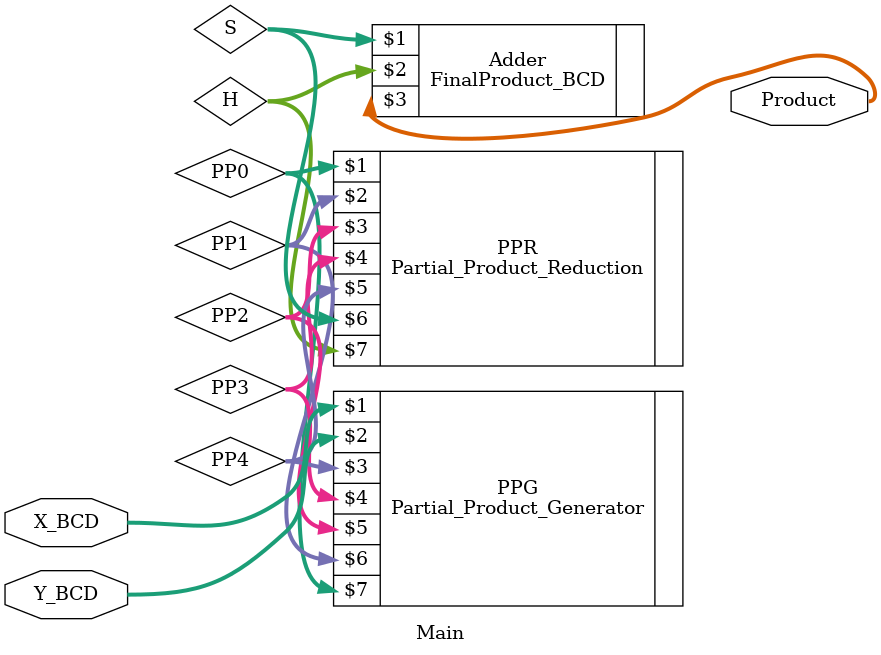
<source format=v>
`timescale 1ns / 1ps


module Main(
    input [15:0] X_BCD,
    input [15:0] Y_BCD,
    output [31:0] Product
    );
wire [43:0] S,H;
wire [43:0] PP4,PP3,PP2,PP1,PP0;
Partial_Product_Generator PPG(X_BCD, Y_BCD,PP4,PP3,PP2,PP1,PP0);
Partial_Product_Reduction PPR(PP0,PP1,PP2,PP3,PP4,S,H);
FinalProduct_BCD Adder(S,H,Product);

endmodule

</source>
